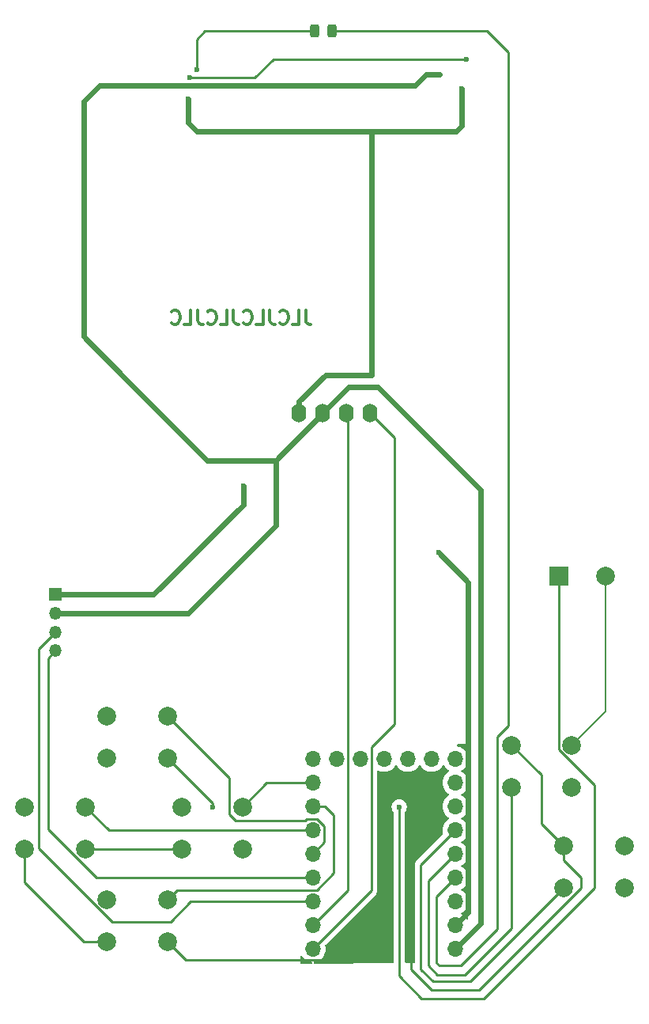
<source format=gbr>
G04 #@! TF.GenerationSoftware,KiCad,Pcbnew,8.0.5-8.0.5-0~ubuntu24.04.1*
G04 #@! TF.CreationDate,2024-10-08T07:55:42+09:00*
G04 #@! TF.ProjectId,gopher2_rp2040_sw,676f7068-6572-4325-9f72-70323034305f,rev?*
G04 #@! TF.SameCoordinates,Original*
G04 #@! TF.FileFunction,Copper,L2,Bot*
G04 #@! TF.FilePolarity,Positive*
%FSLAX46Y46*%
G04 Gerber Fmt 4.6, Leading zero omitted, Abs format (unit mm)*
G04 Created by KiCad (PCBNEW 8.0.5-8.0.5-0~ubuntu24.04.1) date 2024-10-08 07:55:42*
%MOMM*%
%LPD*%
G01*
G04 APERTURE LIST*
G04 Aperture macros list*
%AMRoundRect*
0 Rectangle with rounded corners*
0 $1 Rounding radius*
0 $2 $3 $4 $5 $6 $7 $8 $9 X,Y pos of 4 corners*
0 Add a 4 corners polygon primitive as box body*
4,1,4,$2,$3,$4,$5,$6,$7,$8,$9,$2,$3,0*
0 Add four circle primitives for the rounded corners*
1,1,$1+$1,$2,$3*
1,1,$1+$1,$4,$5*
1,1,$1+$1,$6,$7*
1,1,$1+$1,$8,$9*
0 Add four rect primitives between the rounded corners*
20,1,$1+$1,$2,$3,$4,$5,0*
20,1,$1+$1,$4,$5,$6,$7,0*
20,1,$1+$1,$6,$7,$8,$9,0*
20,1,$1+$1,$8,$9,$2,$3,0*%
G04 Aperture macros list end*
%ADD10C,0.300000*%
G04 #@! TA.AperFunction,NonConductor*
%ADD11C,0.300000*%
G04 #@! TD*
G04 #@! TA.AperFunction,ComponentPad*
%ADD12O,1.700000X1.700000*%
G04 #@! TD*
G04 #@! TA.AperFunction,ComponentPad*
%ADD13O,1.600000X2.000000*%
G04 #@! TD*
G04 #@! TA.AperFunction,ComponentPad*
%ADD14C,2.000000*%
G04 #@! TD*
G04 #@! TA.AperFunction,ComponentPad*
%ADD15R,1.350000X1.350000*%
G04 #@! TD*
G04 #@! TA.AperFunction,ComponentPad*
%ADD16O,1.350000X1.350000*%
G04 #@! TD*
G04 #@! TA.AperFunction,ComponentPad*
%ADD17R,2.000000X2.000000*%
G04 #@! TD*
G04 #@! TA.AperFunction,SMDPad,CuDef*
%ADD18RoundRect,0.243750X0.243750X0.456250X-0.243750X0.456250X-0.243750X-0.456250X0.243750X-0.456250X0*%
G04 #@! TD*
G04 #@! TA.AperFunction,ViaPad*
%ADD19C,0.600000*%
G04 #@! TD*
G04 #@! TA.AperFunction,Conductor*
%ADD20C,0.250000*%
G04 #@! TD*
G04 #@! TA.AperFunction,Conductor*
%ADD21C,0.600000*%
G04 #@! TD*
G04 #@! TA.AperFunction,Conductor*
%ADD22C,0.200000*%
G04 #@! TD*
G04 APERTURE END LIST*
D10*
D11*
X110275035Y-87060597D02*
X110275035Y-88132026D01*
X110275035Y-88132026D02*
X110346464Y-88346311D01*
X110346464Y-88346311D02*
X110489321Y-88489169D01*
X110489321Y-88489169D02*
X110703607Y-88560597D01*
X110703607Y-88560597D02*
X110846464Y-88560597D01*
X108846464Y-88560597D02*
X109560750Y-88560597D01*
X109560750Y-88560597D02*
X109560750Y-87060597D01*
X107489321Y-88417740D02*
X107560749Y-88489169D01*
X107560749Y-88489169D02*
X107775035Y-88560597D01*
X107775035Y-88560597D02*
X107917892Y-88560597D01*
X107917892Y-88560597D02*
X108132178Y-88489169D01*
X108132178Y-88489169D02*
X108275035Y-88346311D01*
X108275035Y-88346311D02*
X108346464Y-88203454D01*
X108346464Y-88203454D02*
X108417892Y-87917740D01*
X108417892Y-87917740D02*
X108417892Y-87703454D01*
X108417892Y-87703454D02*
X108346464Y-87417740D01*
X108346464Y-87417740D02*
X108275035Y-87274883D01*
X108275035Y-87274883D02*
X108132178Y-87132026D01*
X108132178Y-87132026D02*
X107917892Y-87060597D01*
X107917892Y-87060597D02*
X107775035Y-87060597D01*
X107775035Y-87060597D02*
X107560749Y-87132026D01*
X107560749Y-87132026D02*
X107489321Y-87203454D01*
X106417892Y-87060597D02*
X106417892Y-88132026D01*
X106417892Y-88132026D02*
X106489321Y-88346311D01*
X106489321Y-88346311D02*
X106632178Y-88489169D01*
X106632178Y-88489169D02*
X106846464Y-88560597D01*
X106846464Y-88560597D02*
X106989321Y-88560597D01*
X104989321Y-88560597D02*
X105703607Y-88560597D01*
X105703607Y-88560597D02*
X105703607Y-87060597D01*
X103632178Y-88417740D02*
X103703606Y-88489169D01*
X103703606Y-88489169D02*
X103917892Y-88560597D01*
X103917892Y-88560597D02*
X104060749Y-88560597D01*
X104060749Y-88560597D02*
X104275035Y-88489169D01*
X104275035Y-88489169D02*
X104417892Y-88346311D01*
X104417892Y-88346311D02*
X104489321Y-88203454D01*
X104489321Y-88203454D02*
X104560749Y-87917740D01*
X104560749Y-87917740D02*
X104560749Y-87703454D01*
X104560749Y-87703454D02*
X104489321Y-87417740D01*
X104489321Y-87417740D02*
X104417892Y-87274883D01*
X104417892Y-87274883D02*
X104275035Y-87132026D01*
X104275035Y-87132026D02*
X104060749Y-87060597D01*
X104060749Y-87060597D02*
X103917892Y-87060597D01*
X103917892Y-87060597D02*
X103703606Y-87132026D01*
X103703606Y-87132026D02*
X103632178Y-87203454D01*
X102560749Y-87060597D02*
X102560749Y-88132026D01*
X102560749Y-88132026D02*
X102632178Y-88346311D01*
X102632178Y-88346311D02*
X102775035Y-88489169D01*
X102775035Y-88489169D02*
X102989321Y-88560597D01*
X102989321Y-88560597D02*
X103132178Y-88560597D01*
X101132178Y-88560597D02*
X101846464Y-88560597D01*
X101846464Y-88560597D02*
X101846464Y-87060597D01*
X99775035Y-88417740D02*
X99846463Y-88489169D01*
X99846463Y-88489169D02*
X100060749Y-88560597D01*
X100060749Y-88560597D02*
X100203606Y-88560597D01*
X100203606Y-88560597D02*
X100417892Y-88489169D01*
X100417892Y-88489169D02*
X100560749Y-88346311D01*
X100560749Y-88346311D02*
X100632178Y-88203454D01*
X100632178Y-88203454D02*
X100703606Y-87917740D01*
X100703606Y-87917740D02*
X100703606Y-87703454D01*
X100703606Y-87703454D02*
X100632178Y-87417740D01*
X100632178Y-87417740D02*
X100560749Y-87274883D01*
X100560749Y-87274883D02*
X100417892Y-87132026D01*
X100417892Y-87132026D02*
X100203606Y-87060597D01*
X100203606Y-87060597D02*
X100060749Y-87060597D01*
X100060749Y-87060597D02*
X99846463Y-87132026D01*
X99846463Y-87132026D02*
X99775035Y-87203454D01*
X98703606Y-87060597D02*
X98703606Y-88132026D01*
X98703606Y-88132026D02*
X98775035Y-88346311D01*
X98775035Y-88346311D02*
X98917892Y-88489169D01*
X98917892Y-88489169D02*
X99132178Y-88560597D01*
X99132178Y-88560597D02*
X99275035Y-88560597D01*
X97275035Y-88560597D02*
X97989321Y-88560597D01*
X97989321Y-88560597D02*
X97989321Y-87060597D01*
X95917892Y-88417740D02*
X95989320Y-88489169D01*
X95989320Y-88489169D02*
X96203606Y-88560597D01*
X96203606Y-88560597D02*
X96346463Y-88560597D01*
X96346463Y-88560597D02*
X96560749Y-88489169D01*
X96560749Y-88489169D02*
X96703606Y-88346311D01*
X96703606Y-88346311D02*
X96775035Y-88203454D01*
X96775035Y-88203454D02*
X96846463Y-87917740D01*
X96846463Y-87917740D02*
X96846463Y-87703454D01*
X96846463Y-87703454D02*
X96775035Y-87417740D01*
X96775035Y-87417740D02*
X96703606Y-87274883D01*
X96703606Y-87274883D02*
X96560749Y-87132026D01*
X96560749Y-87132026D02*
X96346463Y-87060597D01*
X96346463Y-87060597D02*
X96203606Y-87060597D01*
X96203606Y-87060597D02*
X95989320Y-87132026D01*
X95989320Y-87132026D02*
X95917892Y-87203454D01*
D12*
X111060000Y-155400000D03*
X111060000Y-152860000D03*
X111060000Y-150320000D03*
X111060000Y-147780000D03*
X111060000Y-145240000D03*
X111060000Y-142700000D03*
X111060000Y-140160000D03*
X111060000Y-137620000D03*
X111060000Y-135080000D03*
X113600000Y-135080000D03*
X116140000Y-135080000D03*
X118680000Y-135080000D03*
X121220000Y-135080000D03*
X123760000Y-135080000D03*
X126300000Y-135080000D03*
X126300000Y-137620000D03*
X126300000Y-140160000D03*
X126300000Y-142700000D03*
X126300000Y-145240000D03*
X126300000Y-147780000D03*
X126300000Y-150320000D03*
X126300000Y-152860000D03*
X126300000Y-155400000D03*
D13*
X109580000Y-98100000D03*
X112120000Y-98100000D03*
X114660000Y-98100000D03*
X117200000Y-98100000D03*
D14*
X132300000Y-133600000D03*
X138800000Y-133600000D03*
X132300000Y-138100000D03*
X138800000Y-138100000D03*
X80200000Y-140200000D03*
X86700000Y-140200000D03*
X80200000Y-144700000D03*
X86700000Y-144700000D03*
X89000000Y-150100000D03*
X95500000Y-150100000D03*
X89000000Y-154600000D03*
X95500000Y-154600000D03*
D15*
X83500000Y-117500000D03*
D16*
X83500000Y-119500000D03*
X83500000Y-121500000D03*
X83500000Y-123500000D03*
D14*
X89000000Y-130500000D03*
X95500000Y-130500000D03*
X89000000Y-135000000D03*
X95500000Y-135000000D03*
X97000000Y-140200000D03*
X103500000Y-140200000D03*
X97000000Y-144700000D03*
X103500000Y-144700000D03*
X137900000Y-144400000D03*
X144400000Y-144400000D03*
X137900000Y-148900000D03*
X144400000Y-148900000D03*
D17*
X137400000Y-115500000D03*
D14*
X142400000Y-115500000D03*
D18*
X113100000Y-57200000D03*
X111225000Y-57200000D03*
D19*
X103600000Y-105900000D03*
X124500000Y-113000000D03*
X127000000Y-63400000D03*
X121600000Y-152900000D03*
X113200000Y-156300000D03*
X97700000Y-64500000D03*
X100300000Y-140200000D03*
X124600000Y-61800000D03*
X95300000Y-63000000D03*
X98600000Y-61300000D03*
X97900000Y-62200000D03*
X127500000Y-60200000D03*
X120300000Y-140200000D03*
D20*
X135500000Y-142000000D02*
X137900000Y-144400000D01*
D21*
X97700000Y-67000000D02*
X97700000Y-64500000D01*
X98600000Y-67900000D02*
X97700000Y-67000000D01*
D20*
X128873833Y-159800000D02*
X123800000Y-159800000D01*
D21*
X126400000Y-67900000D02*
X127000000Y-67300000D01*
D22*
X142400000Y-130000000D02*
X138800000Y-133600000D01*
D20*
X80200000Y-144700000D02*
X80200000Y-148300000D01*
X123800000Y-159800000D02*
X121600000Y-157600000D01*
X121600000Y-157600000D02*
X121600000Y-152900000D01*
D21*
X117300000Y-94000000D02*
X117300000Y-67900000D01*
X117300000Y-94000000D02*
X112400000Y-94000000D01*
D20*
X135500000Y-136800000D02*
X135500000Y-142000000D01*
X86700000Y-144700000D02*
X95100000Y-144700000D01*
X139800000Y-147800000D02*
X139800000Y-148873833D01*
D21*
X112400000Y-94000000D02*
X109580000Y-96820000D01*
D20*
X137900000Y-144400000D02*
X137900000Y-145900000D01*
X97475000Y-156575000D02*
X95500000Y-154600000D01*
X139800000Y-148873833D02*
X128873833Y-159800000D01*
X86500000Y-154600000D02*
X89000000Y-154600000D01*
X95100000Y-144700000D02*
X97000000Y-144700000D01*
D21*
X109580000Y-96820000D02*
X109580000Y-98100000D01*
D20*
X95500000Y-135000000D02*
X100300000Y-139800000D01*
D21*
X127650000Y-116150000D02*
X127650000Y-151510000D01*
X103600000Y-105900000D02*
X103600000Y-107900000D01*
X117300000Y-67900000D02*
X98600000Y-67900000D01*
X103600000Y-107900000D02*
X94000000Y-117500000D01*
D20*
X113200000Y-156300000D02*
X112925000Y-156575000D01*
X80200000Y-148300000D02*
X86500000Y-154600000D01*
X137900000Y-145900000D02*
X139800000Y-147800000D01*
D21*
X127000000Y-67300000D02*
X127000000Y-63400000D01*
D20*
X132300000Y-133600000D02*
X135500000Y-136800000D01*
X112925000Y-156575000D02*
X97475000Y-156575000D01*
D21*
X127650000Y-151510000D02*
X126300000Y-152860000D01*
D22*
X142400000Y-115500000D02*
X142400000Y-130000000D01*
D21*
X124500000Y-113000000D02*
X127650000Y-116150000D01*
D20*
X100300000Y-139800000D02*
X100300000Y-140200000D01*
D21*
X117300000Y-67900000D02*
X126400000Y-67900000D01*
X94000000Y-117500000D02*
X83500000Y-117500000D01*
X95300000Y-63000000D02*
X122000000Y-63000000D01*
X122000000Y-63000000D02*
X123200000Y-61800000D01*
X90700000Y-94100000D02*
X86500000Y-89900000D01*
X88200000Y-63000000D02*
X95300000Y-63000000D01*
X86500000Y-89800000D02*
X86500000Y-64700000D01*
X107100000Y-103120000D02*
X99720000Y-103120000D01*
X112120000Y-98320000D02*
X112120000Y-98100000D01*
X129000000Y-152700000D02*
X126300000Y-155400000D01*
X123200000Y-61800000D02*
X124600000Y-61800000D01*
X107100000Y-103120000D02*
X112120000Y-98100000D01*
X107100000Y-110100000D02*
X97700000Y-119500000D01*
X112120000Y-98100000D02*
X114920000Y-95300000D01*
X86500000Y-89900000D02*
X86500000Y-89800000D01*
X97700000Y-119500000D02*
X83500000Y-119500000D01*
X118000000Y-95300000D02*
X129000000Y-106300000D01*
X99720000Y-103120000D02*
X90700000Y-94100000D01*
X107100000Y-103120000D02*
X107100000Y-110100000D01*
X129000000Y-106300000D02*
X129000000Y-152700000D01*
X87100000Y-64100000D02*
X88200000Y-63000000D01*
X114920000Y-95300000D02*
X118000000Y-95300000D01*
X86500000Y-64700000D02*
X87100000Y-64100000D01*
D20*
X99500000Y-57200000D02*
X98600000Y-58100000D01*
X98600000Y-58100000D02*
X98600000Y-61300000D01*
X111225000Y-57200000D02*
X99500000Y-57200000D01*
X104800000Y-62200000D02*
X97900000Y-62200000D01*
X106800000Y-60200000D02*
X104800000Y-62200000D01*
X127500000Y-60200000D02*
X106800000Y-60200000D01*
X117315000Y-149145000D02*
X111060000Y-155400000D01*
X117315000Y-133785001D02*
X117315000Y-149145000D01*
X119768346Y-100668346D02*
X119768346Y-131331655D01*
X119768346Y-131331655D02*
X117315000Y-133785001D01*
X117200000Y-98100000D02*
X119768346Y-100668346D01*
X114775000Y-149145000D02*
X111060000Y-152860000D01*
X114660000Y-98100000D02*
X114775000Y-98215000D01*
X114775000Y-98215000D02*
X114775000Y-149145000D01*
X81700000Y-144673833D02*
X89526167Y-152500000D01*
X95800000Y-152500000D02*
X97980000Y-150320000D01*
X81700000Y-123300000D02*
X81700000Y-144673833D01*
X83500000Y-121500000D02*
X81700000Y-123300000D01*
X89526167Y-152500000D02*
X95800000Y-152500000D01*
X97980000Y-150320000D02*
X111060000Y-150320000D01*
X82700000Y-142573833D02*
X82700000Y-124300000D01*
X87906167Y-147780000D02*
X111060000Y-147780000D01*
X82700000Y-124300000D02*
X83500000Y-123500000D01*
X82700000Y-142573833D02*
X87906167Y-147780000D01*
X137400000Y-115500000D02*
X137400000Y-134073833D01*
X129400000Y-160700000D02*
X122700000Y-160700000D01*
X137475000Y-115325000D02*
X137600000Y-115200000D01*
X141200000Y-137873833D02*
X141200000Y-148900000D01*
X141200000Y-148900000D02*
X129400000Y-160700000D01*
X137400000Y-134073833D02*
X141200000Y-137873833D01*
X120300000Y-158300000D02*
X120300000Y-140200000D01*
X122700000Y-160700000D02*
X120300000Y-158300000D01*
X124300000Y-156900000D02*
X124300000Y-149780000D01*
X126900000Y-157200000D02*
X124600000Y-157200000D01*
X130800000Y-132700000D02*
X130800000Y-153300000D01*
X130800000Y-153300000D02*
X126900000Y-157200000D01*
X124600000Y-157200000D02*
X124300000Y-156900000D01*
X132000000Y-59500000D02*
X132000000Y-131500000D01*
X113100000Y-57200000D02*
X129700000Y-57200000D01*
X124300000Y-149780000D02*
X126300000Y-147780000D01*
X132000000Y-131500000D02*
X130800000Y-132700000D01*
X129700000Y-57200000D02*
X132000000Y-59500000D01*
X111521701Y-141500000D02*
X112300000Y-142278299D01*
X102100000Y-141000000D02*
X102800000Y-141700000D01*
X102800000Y-141700000D02*
X110208299Y-141700000D01*
X110408299Y-141500000D02*
X111521701Y-141500000D01*
X95500000Y-130500000D02*
X102100000Y-137100000D01*
X112300000Y-144000000D02*
X111060000Y-145240000D01*
X110208299Y-141700000D02*
X110408299Y-141500000D01*
X102100000Y-137100000D02*
X102100000Y-141000000D01*
X112300000Y-142278299D02*
X112300000Y-144000000D01*
X89200000Y-142700000D02*
X86700000Y-140200000D01*
X111060000Y-142700000D02*
X89200000Y-142700000D01*
X111500000Y-149100000D02*
X113300000Y-147300000D01*
X96500000Y-149100000D02*
X111500000Y-149100000D01*
X113300000Y-141100000D02*
X112360000Y-140160000D01*
X95500000Y-150100000D02*
X96500000Y-149100000D01*
X112360000Y-140160000D02*
X111060000Y-140160000D01*
X113300000Y-147300000D02*
X113300000Y-141100000D01*
X111060000Y-137620000D02*
X106080000Y-137620000D01*
X106080000Y-137620000D02*
X103500000Y-140200000D01*
X123400000Y-157200000D02*
X123400000Y-148140000D01*
X132300000Y-138100000D02*
X132300000Y-153200000D01*
X123400000Y-148140000D02*
X126300000Y-145240000D01*
X127300000Y-158200000D02*
X124400000Y-158200000D01*
X132300000Y-153200000D02*
X127300000Y-158200000D01*
X124400000Y-158200000D02*
X123400000Y-157200000D01*
X123900000Y-158900000D02*
X122600000Y-157600000D01*
X122600000Y-146400000D02*
X126300000Y-142700000D01*
X137900000Y-148900000D02*
X127900000Y-158900000D01*
X127900000Y-158900000D02*
X123900000Y-158900000D01*
X122600000Y-157600000D02*
X122600000Y-146400000D01*
G04 #@! TA.AperFunction,Conductor*
G36*
X109905203Y-156124943D02*
G01*
X109927804Y-156150829D01*
X109984278Y-156237268D01*
X109984283Y-156237273D01*
X109984284Y-156237276D01*
X110136756Y-156402902D01*
X110136760Y-156402906D01*
X110314424Y-156541189D01*
X110314425Y-156541189D01*
X110314427Y-156541191D01*
X110441135Y-156609761D01*
X110512426Y-156648342D01*
X110725365Y-156721444D01*
X110879996Y-156747247D01*
X110942879Y-156777696D01*
X110979319Y-156837311D01*
X110977745Y-156907162D01*
X110938655Y-156965074D01*
X110874461Y-156992659D01*
X110860274Y-156993553D01*
X109824689Y-156999307D01*
X109757541Y-156979995D01*
X109711494Y-156927446D01*
X109700000Y-156875309D01*
X109700000Y-156218656D01*
X109719685Y-156151617D01*
X109772489Y-156105862D01*
X109841647Y-156095918D01*
X109905203Y-156124943D01*
G37*
G04 #@! TD.AperFunction*
G04 #@! TA.AperFunction,Conductor*
G36*
X125111905Y-135753515D02*
G01*
X125133804Y-135778787D01*
X125224278Y-135917268D01*
X125224283Y-135917273D01*
X125224284Y-135917276D01*
X125376756Y-136082902D01*
X125376760Y-136082906D01*
X125554424Y-136221189D01*
X125554429Y-136221191D01*
X125554431Y-136221193D01*
X125590930Y-136240946D01*
X125640520Y-136290165D01*
X125655628Y-136358382D01*
X125631457Y-136423937D01*
X125590930Y-136459054D01*
X125554431Y-136478806D01*
X125554422Y-136478812D01*
X125376761Y-136617092D01*
X125376756Y-136617097D01*
X125224284Y-136782723D01*
X125224276Y-136782734D01*
X125101140Y-136971207D01*
X125010703Y-137177385D01*
X124955436Y-137395628D01*
X124955434Y-137395640D01*
X124936844Y-137619994D01*
X124936844Y-137620005D01*
X124955434Y-137844359D01*
X124955436Y-137844371D01*
X125010703Y-138062614D01*
X125101140Y-138268792D01*
X125224276Y-138457265D01*
X125224284Y-138457276D01*
X125376756Y-138622902D01*
X125376760Y-138622906D01*
X125554424Y-138761189D01*
X125554429Y-138761191D01*
X125554431Y-138761193D01*
X125590930Y-138780946D01*
X125640520Y-138830165D01*
X125655628Y-138898382D01*
X125631457Y-138963937D01*
X125590930Y-138999054D01*
X125554431Y-139018806D01*
X125554422Y-139018812D01*
X125376761Y-139157092D01*
X125376756Y-139157097D01*
X125224284Y-139322723D01*
X125224276Y-139322734D01*
X125101140Y-139511207D01*
X125010703Y-139717385D01*
X124955436Y-139935628D01*
X124955434Y-139935640D01*
X124936844Y-140159994D01*
X124936844Y-140160005D01*
X124955434Y-140384359D01*
X124955436Y-140384371D01*
X125010703Y-140602614D01*
X125101140Y-140808792D01*
X125224276Y-140997265D01*
X125224284Y-140997276D01*
X125376756Y-141162902D01*
X125376760Y-141162906D01*
X125554424Y-141301189D01*
X125554429Y-141301191D01*
X125554431Y-141301193D01*
X125590930Y-141320946D01*
X125640520Y-141370165D01*
X125655628Y-141438382D01*
X125631457Y-141503937D01*
X125590930Y-141539054D01*
X125554431Y-141558806D01*
X125554422Y-141558812D01*
X125376761Y-141697092D01*
X125376756Y-141697097D01*
X125224284Y-141862723D01*
X125224276Y-141862734D01*
X125101140Y-142051207D01*
X125010703Y-142257385D01*
X124955436Y-142475628D01*
X124955434Y-142475640D01*
X124936844Y-142699994D01*
X124936844Y-142700005D01*
X124955435Y-142924364D01*
X124983461Y-143035037D01*
X124980836Y-143104857D01*
X124950936Y-143153158D01*
X122865890Y-145238206D01*
X122196167Y-145907929D01*
X122168178Y-145935918D01*
X122107927Y-145996168D01*
X122038603Y-146099918D01*
X122038598Y-146099927D01*
X121990845Y-146215214D01*
X121990843Y-146215222D01*
X121966500Y-146337601D01*
X121966500Y-156808539D01*
X121946815Y-156875578D01*
X121894011Y-156921333D01*
X121843189Y-156932537D01*
X121058189Y-156936898D01*
X120991041Y-156917586D01*
X120944994Y-156865037D01*
X120933500Y-156812900D01*
X120933500Y-140747160D01*
X120952507Y-140681188D01*
X121033039Y-140553022D01*
X121033041Y-140553019D01*
X121033041Y-140553017D01*
X121033043Y-140553015D01*
X121093217Y-140381047D01*
X121113616Y-140200000D01*
X121109109Y-140160000D01*
X121093218Y-140018958D01*
X121093217Y-140018953D01*
X121033043Y-139846985D01*
X120936111Y-139692719D01*
X120807281Y-139563889D01*
X120786522Y-139550845D01*
X120653017Y-139466958D01*
X120653016Y-139466957D01*
X120653015Y-139466957D01*
X120598693Y-139447949D01*
X120481046Y-139406782D01*
X120481041Y-139406781D01*
X120300004Y-139386384D01*
X120299996Y-139386384D01*
X120118958Y-139406781D01*
X120118953Y-139406782D01*
X119946982Y-139466958D01*
X119792718Y-139563889D01*
X119663889Y-139692718D01*
X119566958Y-139846982D01*
X119506782Y-140018953D01*
X119506781Y-140018958D01*
X119486384Y-140199996D01*
X119486384Y-140200003D01*
X119506781Y-140381041D01*
X119506782Y-140381046D01*
X119566958Y-140553019D01*
X119566960Y-140553022D01*
X119647493Y-140681188D01*
X119666500Y-140747160D01*
X119666500Y-156821317D01*
X119646815Y-156888356D01*
X119594011Y-156934111D01*
X119543189Y-156945315D01*
X111274908Y-156991250D01*
X111207760Y-156971938D01*
X111161713Y-156919389D01*
X111151385Y-156850287D01*
X111180056Y-156786571D01*
X111238624Y-156748471D01*
X111253804Y-156744944D01*
X111394635Y-156721444D01*
X111607574Y-156648342D01*
X111805576Y-156541189D01*
X111983240Y-156402906D01*
X112135722Y-156237268D01*
X112258860Y-156048791D01*
X112349296Y-155842616D01*
X112404564Y-155624368D01*
X112423156Y-155400000D01*
X112404564Y-155175632D01*
X112376538Y-155064960D01*
X112379163Y-154995140D01*
X112409061Y-154946841D01*
X117807071Y-149548833D01*
X117876400Y-149445075D01*
X117924155Y-149329785D01*
X117948500Y-149207394D01*
X117948500Y-149082606D01*
X117948500Y-136436905D01*
X117968185Y-136369866D01*
X118020989Y-136324111D01*
X118090147Y-136314167D01*
X118127606Y-136326557D01*
X118127728Y-136326281D01*
X118130664Y-136327569D01*
X118131521Y-136327852D01*
X118132426Y-136328342D01*
X118345365Y-136401444D01*
X118567431Y-136438500D01*
X118792569Y-136438500D01*
X119014635Y-136401444D01*
X119227574Y-136328342D01*
X119425576Y-136221189D01*
X119603240Y-136082906D01*
X119755722Y-135917268D01*
X119846193Y-135778790D01*
X119899338Y-135733437D01*
X119968569Y-135724013D01*
X120031905Y-135753515D01*
X120053804Y-135778787D01*
X120144278Y-135917268D01*
X120144283Y-135917273D01*
X120144284Y-135917276D01*
X120296756Y-136082902D01*
X120296760Y-136082906D01*
X120474424Y-136221189D01*
X120474425Y-136221189D01*
X120474427Y-136221191D01*
X120575824Y-136276064D01*
X120672426Y-136328342D01*
X120885365Y-136401444D01*
X121107431Y-136438500D01*
X121332569Y-136438500D01*
X121554635Y-136401444D01*
X121767574Y-136328342D01*
X121965576Y-136221189D01*
X122143240Y-136082906D01*
X122295722Y-135917268D01*
X122386193Y-135778790D01*
X122439338Y-135733437D01*
X122508569Y-135724013D01*
X122571905Y-135753515D01*
X122593804Y-135778787D01*
X122684278Y-135917268D01*
X122684283Y-135917273D01*
X122684284Y-135917276D01*
X122836756Y-136082902D01*
X122836760Y-136082906D01*
X123014424Y-136221189D01*
X123014425Y-136221189D01*
X123014427Y-136221191D01*
X123115824Y-136276064D01*
X123212426Y-136328342D01*
X123425365Y-136401444D01*
X123647431Y-136438500D01*
X123872569Y-136438500D01*
X124094635Y-136401444D01*
X124307574Y-136328342D01*
X124505576Y-136221189D01*
X124683240Y-136082906D01*
X124835722Y-135917268D01*
X124926193Y-135778790D01*
X124979338Y-135733437D01*
X125048569Y-135724013D01*
X125111905Y-135753515D01*
G37*
G04 #@! TD.AperFunction*
G04 #@! TA.AperFunction,Conductor*
G36*
X127657905Y-150984332D02*
G01*
X127695236Y-151043393D01*
X127700000Y-151077432D01*
X127700000Y-152112476D01*
X127680315Y-152179515D01*
X127627511Y-152225270D01*
X127558353Y-152235214D01*
X127494797Y-152206189D01*
X127474425Y-152183600D01*
X127338109Y-151988922D01*
X127338108Y-151988920D01*
X127171082Y-151821894D01*
X126990197Y-151695236D01*
X126946572Y-151640659D01*
X126939380Y-151571160D01*
X126970902Y-151508806D01*
X127002300Y-151484608D01*
X127045576Y-151461189D01*
X127223240Y-151322906D01*
X127375722Y-151157268D01*
X127472192Y-151009608D01*
X127525338Y-150964254D01*
X127594569Y-150954830D01*
X127657905Y-150984332D01*
G37*
G04 #@! TD.AperFunction*
G04 #@! TA.AperFunction,Conductor*
G36*
X127657905Y-148444332D02*
G01*
X127695236Y-148503393D01*
X127700000Y-148537432D01*
X127700000Y-149562567D01*
X127680315Y-149629606D01*
X127627511Y-149675361D01*
X127558353Y-149685305D01*
X127494797Y-149656280D01*
X127472192Y-149630389D01*
X127389508Y-149503833D01*
X127375722Y-149482732D01*
X127375719Y-149482729D01*
X127375715Y-149482723D01*
X127223243Y-149317097D01*
X127223238Y-149317092D01*
X127045577Y-149178812D01*
X127045578Y-149178812D01*
X127045576Y-149178811D01*
X127009070Y-149159055D01*
X126959479Y-149109836D01*
X126944371Y-149041619D01*
X126968541Y-148976064D01*
X127009070Y-148940945D01*
X127012823Y-148938914D01*
X127045576Y-148921189D01*
X127223240Y-148782906D01*
X127375722Y-148617268D01*
X127472192Y-148469608D01*
X127525338Y-148424254D01*
X127594569Y-148414830D01*
X127657905Y-148444332D01*
G37*
G04 #@! TD.AperFunction*
G04 #@! TA.AperFunction,Conductor*
G36*
X127657905Y-145904332D02*
G01*
X127695236Y-145963393D01*
X127700000Y-145997432D01*
X127700000Y-147022567D01*
X127680315Y-147089606D01*
X127627511Y-147135361D01*
X127558353Y-147145305D01*
X127494797Y-147116280D01*
X127472192Y-147090389D01*
X127375723Y-146942734D01*
X127375715Y-146942723D01*
X127223243Y-146777097D01*
X127223238Y-146777092D01*
X127045577Y-146638812D01*
X127045578Y-146638812D01*
X127045576Y-146638811D01*
X127009070Y-146619055D01*
X126959479Y-146569836D01*
X126944371Y-146501619D01*
X126968541Y-146436064D01*
X127009070Y-146400945D01*
X127009084Y-146400936D01*
X127045576Y-146381189D01*
X127223240Y-146242906D01*
X127375722Y-146077268D01*
X127472192Y-145929608D01*
X127525338Y-145884254D01*
X127594569Y-145874830D01*
X127657905Y-145904332D01*
G37*
G04 #@! TD.AperFunction*
G04 #@! TA.AperFunction,Conductor*
G36*
X127657905Y-143364332D02*
G01*
X127695236Y-143423393D01*
X127700000Y-143457432D01*
X127700000Y-144482567D01*
X127680315Y-144549606D01*
X127627511Y-144595361D01*
X127558353Y-144605305D01*
X127494797Y-144576280D01*
X127472192Y-144550389D01*
X127375723Y-144402734D01*
X127375715Y-144402723D01*
X127223243Y-144237097D01*
X127223238Y-144237092D01*
X127045577Y-144098812D01*
X127045578Y-144098812D01*
X127045576Y-144098811D01*
X127009070Y-144079055D01*
X126959479Y-144029836D01*
X126944371Y-143961619D01*
X126968541Y-143896064D01*
X127009070Y-143860945D01*
X127009084Y-143860936D01*
X127045576Y-143841189D01*
X127223240Y-143702906D01*
X127375722Y-143537268D01*
X127472192Y-143389608D01*
X127525338Y-143344254D01*
X127594569Y-143334830D01*
X127657905Y-143364332D01*
G37*
G04 #@! TD.AperFunction*
G04 #@! TA.AperFunction,Conductor*
G36*
X127657905Y-140824332D02*
G01*
X127695236Y-140883393D01*
X127700000Y-140917432D01*
X127700000Y-141942567D01*
X127680315Y-142009606D01*
X127627511Y-142055361D01*
X127558353Y-142065305D01*
X127494797Y-142036280D01*
X127472192Y-142010389D01*
X127375723Y-141862734D01*
X127375715Y-141862723D01*
X127223243Y-141697097D01*
X127223238Y-141697092D01*
X127045577Y-141558812D01*
X127045578Y-141558812D01*
X127045576Y-141558811D01*
X127009070Y-141539055D01*
X126959479Y-141489836D01*
X126944371Y-141421619D01*
X126968541Y-141356064D01*
X127009070Y-141320945D01*
X127009084Y-141320936D01*
X127045576Y-141301189D01*
X127223240Y-141162906D01*
X127375722Y-140997268D01*
X127472192Y-140849608D01*
X127525338Y-140804254D01*
X127594569Y-140794830D01*
X127657905Y-140824332D01*
G37*
G04 #@! TD.AperFunction*
G04 #@! TA.AperFunction,Conductor*
G36*
X127657905Y-138284332D02*
G01*
X127695236Y-138343393D01*
X127700000Y-138377432D01*
X127700000Y-139402567D01*
X127680315Y-139469606D01*
X127627511Y-139515361D01*
X127558353Y-139525305D01*
X127494797Y-139496280D01*
X127472192Y-139470389D01*
X127375723Y-139322734D01*
X127375715Y-139322723D01*
X127223243Y-139157097D01*
X127223238Y-139157092D01*
X127045577Y-139018812D01*
X127045578Y-139018812D01*
X127045576Y-139018811D01*
X127009070Y-138999055D01*
X126959479Y-138949836D01*
X126944371Y-138881619D01*
X126968541Y-138816064D01*
X127009070Y-138780945D01*
X127009084Y-138780936D01*
X127045576Y-138761189D01*
X127223240Y-138622906D01*
X127375722Y-138457268D01*
X127472192Y-138309608D01*
X127525338Y-138264254D01*
X127594569Y-138254830D01*
X127657905Y-138284332D01*
G37*
G04 #@! TD.AperFunction*
G04 #@! TA.AperFunction,Conductor*
G36*
X127657905Y-135744332D02*
G01*
X127695236Y-135803393D01*
X127700000Y-135837432D01*
X127700000Y-136862567D01*
X127680315Y-136929606D01*
X127627511Y-136975361D01*
X127558353Y-136985305D01*
X127494797Y-136956280D01*
X127472192Y-136930389D01*
X127375723Y-136782734D01*
X127375715Y-136782723D01*
X127223243Y-136617097D01*
X127223238Y-136617092D01*
X127045577Y-136478812D01*
X127045578Y-136478812D01*
X127045576Y-136478811D01*
X127009070Y-136459055D01*
X126959479Y-136409836D01*
X126944371Y-136341619D01*
X126968541Y-136276064D01*
X127009070Y-136240945D01*
X127009084Y-136240936D01*
X127045576Y-136221189D01*
X127223240Y-136082906D01*
X127375722Y-135917268D01*
X127472192Y-135769608D01*
X127525338Y-135724254D01*
X127594569Y-135714830D01*
X127657905Y-135744332D01*
G37*
G04 #@! TD.AperFunction*
G04 #@! TA.AperFunction,Conductor*
G36*
X127643039Y-133519685D02*
G01*
X127688794Y-133572489D01*
X127700000Y-133624000D01*
X127700000Y-134322567D01*
X127680315Y-134389606D01*
X127627511Y-134435361D01*
X127558353Y-134445305D01*
X127494797Y-134416280D01*
X127472192Y-134390389D01*
X127375723Y-134242734D01*
X127375715Y-134242723D01*
X127223243Y-134077097D01*
X127223238Y-134077092D01*
X127045577Y-133938812D01*
X127045572Y-133938808D01*
X126847580Y-133831661D01*
X126847577Y-133831659D01*
X126847574Y-133831658D01*
X126847571Y-133831657D01*
X126847569Y-133831656D01*
X126634637Y-133758556D01*
X126561243Y-133746309D01*
X126498357Y-133715859D01*
X126461918Y-133656244D01*
X126463493Y-133586392D01*
X126502583Y-133528480D01*
X126566776Y-133500896D01*
X126581652Y-133500000D01*
X127576000Y-133500000D01*
X127643039Y-133519685D01*
G37*
G04 #@! TD.AperFunction*
M02*

</source>
